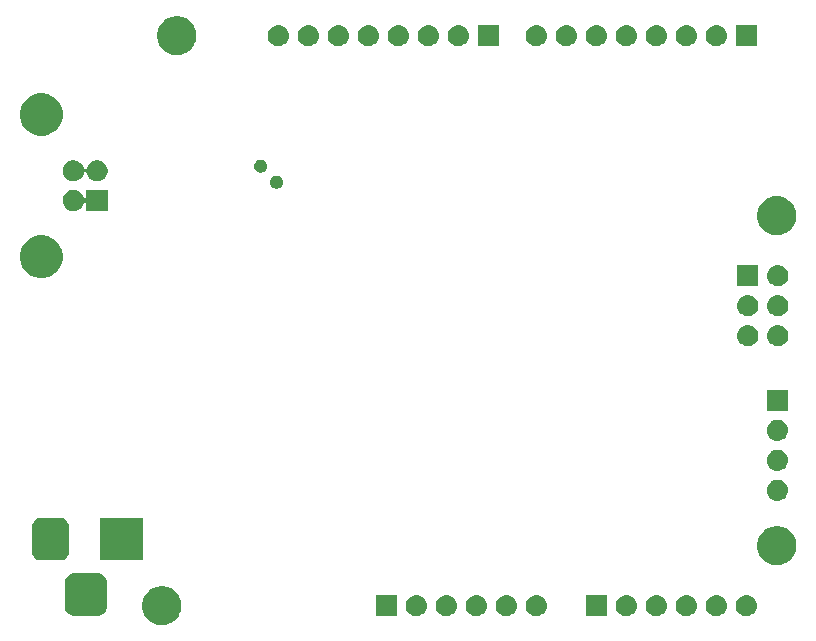
<source format=gbr>
G04 #@! TF.GenerationSoftware,KiCad,Pcbnew,(5.0.2)-1*
G04 #@! TF.CreationDate,2019-07-21T18:19:00-05:00*
G04 #@! TF.ProjectId,arduino_uno,61726475-696e-46f5-9f75-6e6f2e6b6963,rev?*
G04 #@! TF.SameCoordinates,Original*
G04 #@! TF.FileFunction,Soldermask,Bot*
G04 #@! TF.FilePolarity,Negative*
%FSLAX46Y46*%
G04 Gerber Fmt 4.6, Leading zero omitted, Abs format (unit mm)*
G04 Created by KiCad (PCBNEW (5.0.2)-1) date 7/21/2019 6:19:00 PM*
%MOMM*%
%LPD*%
G01*
G04 APERTURE LIST*
%ADD10C,0.100000*%
G04 APERTURE END LIST*
D10*
G36*
X131196356Y-119228898D02*
X131302679Y-119250047D01*
X131603142Y-119374503D01*
X131869952Y-119552780D01*
X131873554Y-119555187D01*
X132103513Y-119785146D01*
X132103515Y-119785149D01*
X132284197Y-120055558D01*
X132398128Y-120330611D01*
X132408653Y-120356022D01*
X132472100Y-120674989D01*
X132472100Y-121000211D01*
X132466897Y-121026366D01*
X132408653Y-121319179D01*
X132320650Y-121531637D01*
X132297976Y-121586378D01*
X132284197Y-121619642D01*
X132240990Y-121684305D01*
X132103513Y-121890054D01*
X131873554Y-122120013D01*
X131873551Y-122120015D01*
X131603142Y-122300697D01*
X131302679Y-122425153D01*
X131196356Y-122446302D01*
X130983711Y-122488600D01*
X130658489Y-122488600D01*
X130445844Y-122446302D01*
X130339521Y-122425153D01*
X130039058Y-122300697D01*
X129768649Y-122120015D01*
X129768646Y-122120013D01*
X129538687Y-121890054D01*
X129401210Y-121684305D01*
X129358003Y-121619642D01*
X129344225Y-121586378D01*
X129321550Y-121531637D01*
X129233547Y-121319179D01*
X129175303Y-121026366D01*
X129170100Y-121000211D01*
X129170100Y-120674989D01*
X129233547Y-120356022D01*
X129244073Y-120330611D01*
X129358003Y-120055558D01*
X129538685Y-119785149D01*
X129538687Y-119785146D01*
X129768646Y-119555187D01*
X129772248Y-119552780D01*
X130039058Y-119374503D01*
X130339521Y-119250047D01*
X130445844Y-119228898D01*
X130658489Y-119186600D01*
X130983711Y-119186600D01*
X131196356Y-119228898D01*
X131196356Y-119228898D01*
G37*
G36*
X180421542Y-119939118D02*
X180487727Y-119945637D01*
X180600953Y-119979984D01*
X180657567Y-119997157D01*
X180796187Y-120071252D01*
X180814091Y-120080822D01*
X180849829Y-120110152D01*
X180951286Y-120193414D01*
X181034548Y-120294871D01*
X181063878Y-120330609D01*
X181063879Y-120330611D01*
X181147543Y-120487133D01*
X181147543Y-120487134D01*
X181199063Y-120656973D01*
X181216459Y-120833600D01*
X181199063Y-121010227D01*
X181194167Y-121026366D01*
X181147543Y-121180067D01*
X181145730Y-121183458D01*
X181063878Y-121336591D01*
X181034548Y-121372329D01*
X180951286Y-121473786D01*
X180859346Y-121549238D01*
X180814091Y-121586378D01*
X180814089Y-121586379D01*
X180657567Y-121670043D01*
X180600953Y-121687216D01*
X180487727Y-121721563D01*
X180421543Y-121728081D01*
X180355360Y-121734600D01*
X180266840Y-121734600D01*
X180200657Y-121728081D01*
X180134473Y-121721563D01*
X180021247Y-121687216D01*
X179964633Y-121670043D01*
X179808111Y-121586379D01*
X179808109Y-121586378D01*
X179762854Y-121549238D01*
X179670914Y-121473786D01*
X179587652Y-121372329D01*
X179558322Y-121336591D01*
X179476470Y-121183458D01*
X179474657Y-121180067D01*
X179428033Y-121026366D01*
X179423137Y-121010227D01*
X179405741Y-120833600D01*
X179423137Y-120656973D01*
X179474657Y-120487134D01*
X179474657Y-120487133D01*
X179558321Y-120330611D01*
X179558322Y-120330609D01*
X179587652Y-120294871D01*
X179670914Y-120193414D01*
X179772371Y-120110152D01*
X179808109Y-120080822D01*
X179826013Y-120071252D01*
X179964633Y-119997157D01*
X180021247Y-119979984D01*
X180134473Y-119945637D01*
X180200658Y-119939118D01*
X180266840Y-119932600D01*
X180355360Y-119932600D01*
X180421542Y-119939118D01*
X180421542Y-119939118D01*
G37*
G36*
X177881542Y-119939118D02*
X177947727Y-119945637D01*
X178060953Y-119979984D01*
X178117567Y-119997157D01*
X178256187Y-120071252D01*
X178274091Y-120080822D01*
X178309829Y-120110152D01*
X178411286Y-120193414D01*
X178494548Y-120294871D01*
X178523878Y-120330609D01*
X178523879Y-120330611D01*
X178607543Y-120487133D01*
X178607543Y-120487134D01*
X178659063Y-120656973D01*
X178676459Y-120833600D01*
X178659063Y-121010227D01*
X178654167Y-121026366D01*
X178607543Y-121180067D01*
X178605730Y-121183458D01*
X178523878Y-121336591D01*
X178494548Y-121372329D01*
X178411286Y-121473786D01*
X178319346Y-121549238D01*
X178274091Y-121586378D01*
X178274089Y-121586379D01*
X178117567Y-121670043D01*
X178060953Y-121687216D01*
X177947727Y-121721563D01*
X177881543Y-121728081D01*
X177815360Y-121734600D01*
X177726840Y-121734600D01*
X177660657Y-121728081D01*
X177594473Y-121721563D01*
X177481247Y-121687216D01*
X177424633Y-121670043D01*
X177268111Y-121586379D01*
X177268109Y-121586378D01*
X177222854Y-121549238D01*
X177130914Y-121473786D01*
X177047652Y-121372329D01*
X177018322Y-121336591D01*
X176936470Y-121183458D01*
X176934657Y-121180067D01*
X176888033Y-121026366D01*
X176883137Y-121010227D01*
X176865741Y-120833600D01*
X176883137Y-120656973D01*
X176934657Y-120487134D01*
X176934657Y-120487133D01*
X177018321Y-120330611D01*
X177018322Y-120330609D01*
X177047652Y-120294871D01*
X177130914Y-120193414D01*
X177232371Y-120110152D01*
X177268109Y-120080822D01*
X177286013Y-120071252D01*
X177424633Y-119997157D01*
X177481247Y-119979984D01*
X177594473Y-119945637D01*
X177660658Y-119939118D01*
X177726840Y-119932600D01*
X177815360Y-119932600D01*
X177881542Y-119939118D01*
X177881542Y-119939118D01*
G37*
G36*
X175341542Y-119939118D02*
X175407727Y-119945637D01*
X175520953Y-119979984D01*
X175577567Y-119997157D01*
X175716187Y-120071252D01*
X175734091Y-120080822D01*
X175769829Y-120110152D01*
X175871286Y-120193414D01*
X175954548Y-120294871D01*
X175983878Y-120330609D01*
X175983879Y-120330611D01*
X176067543Y-120487133D01*
X176067543Y-120487134D01*
X176119063Y-120656973D01*
X176136459Y-120833600D01*
X176119063Y-121010227D01*
X176114167Y-121026366D01*
X176067543Y-121180067D01*
X176065730Y-121183458D01*
X175983878Y-121336591D01*
X175954548Y-121372329D01*
X175871286Y-121473786D01*
X175779346Y-121549238D01*
X175734091Y-121586378D01*
X175734089Y-121586379D01*
X175577567Y-121670043D01*
X175520953Y-121687216D01*
X175407727Y-121721563D01*
X175341543Y-121728081D01*
X175275360Y-121734600D01*
X175186840Y-121734600D01*
X175120657Y-121728081D01*
X175054473Y-121721563D01*
X174941247Y-121687216D01*
X174884633Y-121670043D01*
X174728111Y-121586379D01*
X174728109Y-121586378D01*
X174682854Y-121549238D01*
X174590914Y-121473786D01*
X174507652Y-121372329D01*
X174478322Y-121336591D01*
X174396470Y-121183458D01*
X174394657Y-121180067D01*
X174348033Y-121026366D01*
X174343137Y-121010227D01*
X174325741Y-120833600D01*
X174343137Y-120656973D01*
X174394657Y-120487134D01*
X174394657Y-120487133D01*
X174478321Y-120330611D01*
X174478322Y-120330609D01*
X174507652Y-120294871D01*
X174590914Y-120193414D01*
X174692371Y-120110152D01*
X174728109Y-120080822D01*
X174746013Y-120071252D01*
X174884633Y-119997157D01*
X174941247Y-119979984D01*
X175054473Y-119945637D01*
X175120658Y-119939118D01*
X175186840Y-119932600D01*
X175275360Y-119932600D01*
X175341542Y-119939118D01*
X175341542Y-119939118D01*
G37*
G36*
X172801542Y-119939118D02*
X172867727Y-119945637D01*
X172980953Y-119979984D01*
X173037567Y-119997157D01*
X173176187Y-120071252D01*
X173194091Y-120080822D01*
X173229829Y-120110152D01*
X173331286Y-120193414D01*
X173414548Y-120294871D01*
X173443878Y-120330609D01*
X173443879Y-120330611D01*
X173527543Y-120487133D01*
X173527543Y-120487134D01*
X173579063Y-120656973D01*
X173596459Y-120833600D01*
X173579063Y-121010227D01*
X173574167Y-121026366D01*
X173527543Y-121180067D01*
X173525730Y-121183458D01*
X173443878Y-121336591D01*
X173414548Y-121372329D01*
X173331286Y-121473786D01*
X173239346Y-121549238D01*
X173194091Y-121586378D01*
X173194089Y-121586379D01*
X173037567Y-121670043D01*
X172980953Y-121687216D01*
X172867727Y-121721563D01*
X172801543Y-121728081D01*
X172735360Y-121734600D01*
X172646840Y-121734600D01*
X172580657Y-121728081D01*
X172514473Y-121721563D01*
X172401247Y-121687216D01*
X172344633Y-121670043D01*
X172188111Y-121586379D01*
X172188109Y-121586378D01*
X172142854Y-121549238D01*
X172050914Y-121473786D01*
X171967652Y-121372329D01*
X171938322Y-121336591D01*
X171856470Y-121183458D01*
X171854657Y-121180067D01*
X171808033Y-121026366D01*
X171803137Y-121010227D01*
X171785741Y-120833600D01*
X171803137Y-120656973D01*
X171854657Y-120487134D01*
X171854657Y-120487133D01*
X171938321Y-120330611D01*
X171938322Y-120330609D01*
X171967652Y-120294871D01*
X172050914Y-120193414D01*
X172152371Y-120110152D01*
X172188109Y-120080822D01*
X172206013Y-120071252D01*
X172344633Y-119997157D01*
X172401247Y-119979984D01*
X172514473Y-119945637D01*
X172580658Y-119939118D01*
X172646840Y-119932600D01*
X172735360Y-119932600D01*
X172801542Y-119939118D01*
X172801542Y-119939118D01*
G37*
G36*
X170261542Y-119939118D02*
X170327727Y-119945637D01*
X170440953Y-119979984D01*
X170497567Y-119997157D01*
X170636187Y-120071252D01*
X170654091Y-120080822D01*
X170689829Y-120110152D01*
X170791286Y-120193414D01*
X170874548Y-120294871D01*
X170903878Y-120330609D01*
X170903879Y-120330611D01*
X170987543Y-120487133D01*
X170987543Y-120487134D01*
X171039063Y-120656973D01*
X171056459Y-120833600D01*
X171039063Y-121010227D01*
X171034167Y-121026366D01*
X170987543Y-121180067D01*
X170985730Y-121183458D01*
X170903878Y-121336591D01*
X170874548Y-121372329D01*
X170791286Y-121473786D01*
X170699346Y-121549238D01*
X170654091Y-121586378D01*
X170654089Y-121586379D01*
X170497567Y-121670043D01*
X170440953Y-121687216D01*
X170327727Y-121721563D01*
X170261543Y-121728081D01*
X170195360Y-121734600D01*
X170106840Y-121734600D01*
X170040657Y-121728081D01*
X169974473Y-121721563D01*
X169861247Y-121687216D01*
X169804633Y-121670043D01*
X169648111Y-121586379D01*
X169648109Y-121586378D01*
X169602854Y-121549238D01*
X169510914Y-121473786D01*
X169427652Y-121372329D01*
X169398322Y-121336591D01*
X169316470Y-121183458D01*
X169314657Y-121180067D01*
X169268033Y-121026366D01*
X169263137Y-121010227D01*
X169245741Y-120833600D01*
X169263137Y-120656973D01*
X169314657Y-120487134D01*
X169314657Y-120487133D01*
X169398321Y-120330611D01*
X169398322Y-120330609D01*
X169427652Y-120294871D01*
X169510914Y-120193414D01*
X169612371Y-120110152D01*
X169648109Y-120080822D01*
X169666013Y-120071252D01*
X169804633Y-119997157D01*
X169861247Y-119979984D01*
X169974473Y-119945637D01*
X170040658Y-119939118D01*
X170106840Y-119932600D01*
X170195360Y-119932600D01*
X170261542Y-119939118D01*
X170261542Y-119939118D01*
G37*
G36*
X168512100Y-121734600D02*
X166710100Y-121734600D01*
X166710100Y-119932600D01*
X168512100Y-119932600D01*
X168512100Y-121734600D01*
X168512100Y-121734600D01*
G37*
G36*
X152481542Y-119939118D02*
X152547727Y-119945637D01*
X152660953Y-119979984D01*
X152717567Y-119997157D01*
X152856187Y-120071252D01*
X152874091Y-120080822D01*
X152909829Y-120110152D01*
X153011286Y-120193414D01*
X153094548Y-120294871D01*
X153123878Y-120330609D01*
X153123879Y-120330611D01*
X153207543Y-120487133D01*
X153207543Y-120487134D01*
X153259063Y-120656973D01*
X153276459Y-120833600D01*
X153259063Y-121010227D01*
X153254167Y-121026366D01*
X153207543Y-121180067D01*
X153205730Y-121183458D01*
X153123878Y-121336591D01*
X153094548Y-121372329D01*
X153011286Y-121473786D01*
X152919346Y-121549238D01*
X152874091Y-121586378D01*
X152874089Y-121586379D01*
X152717567Y-121670043D01*
X152660953Y-121687216D01*
X152547727Y-121721563D01*
X152481543Y-121728081D01*
X152415360Y-121734600D01*
X152326840Y-121734600D01*
X152260657Y-121728081D01*
X152194473Y-121721563D01*
X152081247Y-121687216D01*
X152024633Y-121670043D01*
X151868111Y-121586379D01*
X151868109Y-121586378D01*
X151822854Y-121549238D01*
X151730914Y-121473786D01*
X151647652Y-121372329D01*
X151618322Y-121336591D01*
X151536470Y-121183458D01*
X151534657Y-121180067D01*
X151488033Y-121026366D01*
X151483137Y-121010227D01*
X151465741Y-120833600D01*
X151483137Y-120656973D01*
X151534657Y-120487134D01*
X151534657Y-120487133D01*
X151618321Y-120330611D01*
X151618322Y-120330609D01*
X151647652Y-120294871D01*
X151730914Y-120193414D01*
X151832371Y-120110152D01*
X151868109Y-120080822D01*
X151886013Y-120071252D01*
X152024633Y-119997157D01*
X152081247Y-119979984D01*
X152194473Y-119945637D01*
X152260658Y-119939118D01*
X152326840Y-119932600D01*
X152415360Y-119932600D01*
X152481542Y-119939118D01*
X152481542Y-119939118D01*
G37*
G36*
X155021542Y-119939118D02*
X155087727Y-119945637D01*
X155200953Y-119979984D01*
X155257567Y-119997157D01*
X155396187Y-120071252D01*
X155414091Y-120080822D01*
X155449829Y-120110152D01*
X155551286Y-120193414D01*
X155634548Y-120294871D01*
X155663878Y-120330609D01*
X155663879Y-120330611D01*
X155747543Y-120487133D01*
X155747543Y-120487134D01*
X155799063Y-120656973D01*
X155816459Y-120833600D01*
X155799063Y-121010227D01*
X155794167Y-121026366D01*
X155747543Y-121180067D01*
X155745730Y-121183458D01*
X155663878Y-121336591D01*
X155634548Y-121372329D01*
X155551286Y-121473786D01*
X155459346Y-121549238D01*
X155414091Y-121586378D01*
X155414089Y-121586379D01*
X155257567Y-121670043D01*
X155200953Y-121687216D01*
X155087727Y-121721563D01*
X155021543Y-121728081D01*
X154955360Y-121734600D01*
X154866840Y-121734600D01*
X154800657Y-121728081D01*
X154734473Y-121721563D01*
X154621247Y-121687216D01*
X154564633Y-121670043D01*
X154408111Y-121586379D01*
X154408109Y-121586378D01*
X154362854Y-121549238D01*
X154270914Y-121473786D01*
X154187652Y-121372329D01*
X154158322Y-121336591D01*
X154076470Y-121183458D01*
X154074657Y-121180067D01*
X154028033Y-121026366D01*
X154023137Y-121010227D01*
X154005741Y-120833600D01*
X154023137Y-120656973D01*
X154074657Y-120487134D01*
X154074657Y-120487133D01*
X154158321Y-120330611D01*
X154158322Y-120330609D01*
X154187652Y-120294871D01*
X154270914Y-120193414D01*
X154372371Y-120110152D01*
X154408109Y-120080822D01*
X154426013Y-120071252D01*
X154564633Y-119997157D01*
X154621247Y-119979984D01*
X154734473Y-119945637D01*
X154800658Y-119939118D01*
X154866840Y-119932600D01*
X154955360Y-119932600D01*
X155021542Y-119939118D01*
X155021542Y-119939118D01*
G37*
G36*
X157561542Y-119939118D02*
X157627727Y-119945637D01*
X157740953Y-119979984D01*
X157797567Y-119997157D01*
X157936187Y-120071252D01*
X157954091Y-120080822D01*
X157989829Y-120110152D01*
X158091286Y-120193414D01*
X158174548Y-120294871D01*
X158203878Y-120330609D01*
X158203879Y-120330611D01*
X158287543Y-120487133D01*
X158287543Y-120487134D01*
X158339063Y-120656973D01*
X158356459Y-120833600D01*
X158339063Y-121010227D01*
X158334167Y-121026366D01*
X158287543Y-121180067D01*
X158285730Y-121183458D01*
X158203878Y-121336591D01*
X158174548Y-121372329D01*
X158091286Y-121473786D01*
X157999346Y-121549238D01*
X157954091Y-121586378D01*
X157954089Y-121586379D01*
X157797567Y-121670043D01*
X157740953Y-121687216D01*
X157627727Y-121721563D01*
X157561543Y-121728081D01*
X157495360Y-121734600D01*
X157406840Y-121734600D01*
X157340657Y-121728081D01*
X157274473Y-121721563D01*
X157161247Y-121687216D01*
X157104633Y-121670043D01*
X156948111Y-121586379D01*
X156948109Y-121586378D01*
X156902854Y-121549238D01*
X156810914Y-121473786D01*
X156727652Y-121372329D01*
X156698322Y-121336591D01*
X156616470Y-121183458D01*
X156614657Y-121180067D01*
X156568033Y-121026366D01*
X156563137Y-121010227D01*
X156545741Y-120833600D01*
X156563137Y-120656973D01*
X156614657Y-120487134D01*
X156614657Y-120487133D01*
X156698321Y-120330611D01*
X156698322Y-120330609D01*
X156727652Y-120294871D01*
X156810914Y-120193414D01*
X156912371Y-120110152D01*
X156948109Y-120080822D01*
X156966013Y-120071252D01*
X157104633Y-119997157D01*
X157161247Y-119979984D01*
X157274473Y-119945637D01*
X157340658Y-119939118D01*
X157406840Y-119932600D01*
X157495360Y-119932600D01*
X157561542Y-119939118D01*
X157561542Y-119939118D01*
G37*
G36*
X160101542Y-119939118D02*
X160167727Y-119945637D01*
X160280953Y-119979984D01*
X160337567Y-119997157D01*
X160476187Y-120071252D01*
X160494091Y-120080822D01*
X160529829Y-120110152D01*
X160631286Y-120193414D01*
X160714548Y-120294871D01*
X160743878Y-120330609D01*
X160743879Y-120330611D01*
X160827543Y-120487133D01*
X160827543Y-120487134D01*
X160879063Y-120656973D01*
X160896459Y-120833600D01*
X160879063Y-121010227D01*
X160874167Y-121026366D01*
X160827543Y-121180067D01*
X160825730Y-121183458D01*
X160743878Y-121336591D01*
X160714548Y-121372329D01*
X160631286Y-121473786D01*
X160539346Y-121549238D01*
X160494091Y-121586378D01*
X160494089Y-121586379D01*
X160337567Y-121670043D01*
X160280953Y-121687216D01*
X160167727Y-121721563D01*
X160101543Y-121728081D01*
X160035360Y-121734600D01*
X159946840Y-121734600D01*
X159880657Y-121728081D01*
X159814473Y-121721563D01*
X159701247Y-121687216D01*
X159644633Y-121670043D01*
X159488111Y-121586379D01*
X159488109Y-121586378D01*
X159442854Y-121549238D01*
X159350914Y-121473786D01*
X159267652Y-121372329D01*
X159238322Y-121336591D01*
X159156470Y-121183458D01*
X159154657Y-121180067D01*
X159108033Y-121026366D01*
X159103137Y-121010227D01*
X159085741Y-120833600D01*
X159103137Y-120656973D01*
X159154657Y-120487134D01*
X159154657Y-120487133D01*
X159238321Y-120330611D01*
X159238322Y-120330609D01*
X159267652Y-120294871D01*
X159350914Y-120193414D01*
X159452371Y-120110152D01*
X159488109Y-120080822D01*
X159506013Y-120071252D01*
X159644633Y-119997157D01*
X159701247Y-119979984D01*
X159814473Y-119945637D01*
X159880658Y-119939118D01*
X159946840Y-119932600D01*
X160035360Y-119932600D01*
X160101542Y-119939118D01*
X160101542Y-119939118D01*
G37*
G36*
X162641542Y-119939118D02*
X162707727Y-119945637D01*
X162820953Y-119979984D01*
X162877567Y-119997157D01*
X163016187Y-120071252D01*
X163034091Y-120080822D01*
X163069829Y-120110152D01*
X163171286Y-120193414D01*
X163254548Y-120294871D01*
X163283878Y-120330609D01*
X163283879Y-120330611D01*
X163367543Y-120487133D01*
X163367543Y-120487134D01*
X163419063Y-120656973D01*
X163436459Y-120833600D01*
X163419063Y-121010227D01*
X163414167Y-121026366D01*
X163367543Y-121180067D01*
X163365730Y-121183458D01*
X163283878Y-121336591D01*
X163254548Y-121372329D01*
X163171286Y-121473786D01*
X163079346Y-121549238D01*
X163034091Y-121586378D01*
X163034089Y-121586379D01*
X162877567Y-121670043D01*
X162820953Y-121687216D01*
X162707727Y-121721563D01*
X162641543Y-121728081D01*
X162575360Y-121734600D01*
X162486840Y-121734600D01*
X162420657Y-121728081D01*
X162354473Y-121721563D01*
X162241247Y-121687216D01*
X162184633Y-121670043D01*
X162028111Y-121586379D01*
X162028109Y-121586378D01*
X161982854Y-121549238D01*
X161890914Y-121473786D01*
X161807652Y-121372329D01*
X161778322Y-121336591D01*
X161696470Y-121183458D01*
X161694657Y-121180067D01*
X161648033Y-121026366D01*
X161643137Y-121010227D01*
X161625741Y-120833600D01*
X161643137Y-120656973D01*
X161694657Y-120487134D01*
X161694657Y-120487133D01*
X161778321Y-120330611D01*
X161778322Y-120330609D01*
X161807652Y-120294871D01*
X161890914Y-120193414D01*
X161992371Y-120110152D01*
X162028109Y-120080822D01*
X162046013Y-120071252D01*
X162184633Y-119997157D01*
X162241247Y-119979984D01*
X162354473Y-119945637D01*
X162420658Y-119939118D01*
X162486840Y-119932600D01*
X162575360Y-119932600D01*
X162641542Y-119939118D01*
X162641542Y-119939118D01*
G37*
G36*
X150732100Y-121734600D02*
X148930100Y-121734600D01*
X148930100Y-119932600D01*
X150732100Y-119932600D01*
X150732100Y-121734600D01*
X150732100Y-121734600D01*
G37*
G36*
X125526366Y-118115695D02*
X125683458Y-118163348D01*
X125828230Y-118240731D01*
X125955128Y-118344872D01*
X126059269Y-118471770D01*
X126136652Y-118616542D01*
X126184305Y-118773634D01*
X126201000Y-118943140D01*
X126201000Y-120856860D01*
X126184305Y-121026366D01*
X126136652Y-121183458D01*
X126059269Y-121328230D01*
X125955128Y-121455128D01*
X125828230Y-121559269D01*
X125683458Y-121636652D01*
X125526366Y-121684305D01*
X125356860Y-121701000D01*
X123443140Y-121701000D01*
X123273634Y-121684305D01*
X123116542Y-121636652D01*
X122971770Y-121559269D01*
X122844872Y-121455128D01*
X122740731Y-121328230D01*
X122663348Y-121183458D01*
X122615695Y-121026366D01*
X122599000Y-120856860D01*
X122599000Y-118943140D01*
X122615695Y-118773634D01*
X122663348Y-118616542D01*
X122740731Y-118471770D01*
X122844872Y-118344872D01*
X122971770Y-118240731D01*
X123116542Y-118163348D01*
X123273634Y-118115695D01*
X123443140Y-118099000D01*
X125356860Y-118099000D01*
X125526366Y-118115695D01*
X125526366Y-118115695D01*
G37*
G36*
X183266356Y-114148898D02*
X183372679Y-114170047D01*
X183673142Y-114294503D01*
X183939952Y-114472780D01*
X183943554Y-114475187D01*
X184173513Y-114705146D01*
X184354198Y-114975560D01*
X184478653Y-115276022D01*
X184542100Y-115594989D01*
X184542100Y-115920211D01*
X184478653Y-116239178D01*
X184354198Y-116539640D01*
X184173513Y-116810054D01*
X183943554Y-117040013D01*
X183943551Y-117040015D01*
X183673142Y-117220697D01*
X183372679Y-117345153D01*
X183266356Y-117366302D01*
X183053711Y-117408600D01*
X182728489Y-117408600D01*
X182515844Y-117366302D01*
X182409521Y-117345153D01*
X182109058Y-117220697D01*
X181838649Y-117040015D01*
X181838646Y-117040013D01*
X181608687Y-116810054D01*
X181428002Y-116539640D01*
X181303547Y-116239178D01*
X181240100Y-115920211D01*
X181240100Y-115594989D01*
X181303547Y-115276022D01*
X181428002Y-114975560D01*
X181608687Y-114705146D01*
X181838646Y-114475187D01*
X181842248Y-114472780D01*
X182109058Y-114294503D01*
X182409521Y-114170047D01*
X182515844Y-114148898D01*
X182728489Y-114106600D01*
X183053711Y-114106600D01*
X183266356Y-114148898D01*
X183266356Y-114148898D01*
G37*
G36*
X122376978Y-113413293D02*
X122510627Y-113453835D01*
X122633782Y-113519662D01*
X122741739Y-113608261D01*
X122830338Y-113716218D01*
X122896165Y-113839373D01*
X122936707Y-113973022D01*
X122951000Y-114118140D01*
X122951000Y-116281860D01*
X122936707Y-116426978D01*
X122896165Y-116560627D01*
X122830338Y-116683782D01*
X122741739Y-116791739D01*
X122633782Y-116880338D01*
X122510627Y-116946165D01*
X122376978Y-116986707D01*
X122231860Y-117001000D01*
X120568140Y-117001000D01*
X120423022Y-116986707D01*
X120289373Y-116946165D01*
X120166218Y-116880338D01*
X120058261Y-116791739D01*
X119969662Y-116683782D01*
X119903835Y-116560627D01*
X119863293Y-116426978D01*
X119849000Y-116281860D01*
X119849000Y-114118140D01*
X119863293Y-113973022D01*
X119903835Y-113839373D01*
X119969662Y-113716218D01*
X120058261Y-113608261D01*
X120166218Y-113519662D01*
X120289373Y-113453835D01*
X120423022Y-113413293D01*
X120568140Y-113399000D01*
X122231860Y-113399000D01*
X122376978Y-113413293D01*
X122376978Y-113413293D01*
G37*
G36*
X129201000Y-117001000D02*
X125599000Y-117001000D01*
X125599000Y-113399000D01*
X129201000Y-113399000D01*
X129201000Y-117001000D01*
X129201000Y-117001000D01*
G37*
G36*
X183053942Y-110167018D02*
X183120127Y-110173537D01*
X183233353Y-110207884D01*
X183289967Y-110225057D01*
X183428587Y-110299152D01*
X183446491Y-110308722D01*
X183482229Y-110338052D01*
X183583686Y-110421314D01*
X183666948Y-110522771D01*
X183696278Y-110558509D01*
X183696279Y-110558511D01*
X183779943Y-110715033D01*
X183779943Y-110715034D01*
X183831463Y-110884873D01*
X183848859Y-111061500D01*
X183831463Y-111238127D01*
X183797116Y-111351353D01*
X183779943Y-111407967D01*
X183705848Y-111546587D01*
X183696278Y-111564491D01*
X183666948Y-111600229D01*
X183583686Y-111701686D01*
X183482229Y-111784948D01*
X183446491Y-111814278D01*
X183446489Y-111814279D01*
X183289967Y-111897943D01*
X183233353Y-111915116D01*
X183120127Y-111949463D01*
X183053943Y-111955981D01*
X182987760Y-111962500D01*
X182899240Y-111962500D01*
X182833057Y-111955981D01*
X182766873Y-111949463D01*
X182653647Y-111915116D01*
X182597033Y-111897943D01*
X182440511Y-111814279D01*
X182440509Y-111814278D01*
X182404771Y-111784948D01*
X182303314Y-111701686D01*
X182220052Y-111600229D01*
X182190722Y-111564491D01*
X182181152Y-111546587D01*
X182107057Y-111407967D01*
X182089884Y-111351353D01*
X182055537Y-111238127D01*
X182038141Y-111061500D01*
X182055537Y-110884873D01*
X182107057Y-110715034D01*
X182107057Y-110715033D01*
X182190721Y-110558511D01*
X182190722Y-110558509D01*
X182220052Y-110522771D01*
X182303314Y-110421314D01*
X182404771Y-110338052D01*
X182440509Y-110308722D01*
X182458413Y-110299152D01*
X182597033Y-110225057D01*
X182653647Y-110207884D01*
X182766873Y-110173537D01*
X182833058Y-110167018D01*
X182899240Y-110160500D01*
X182987760Y-110160500D01*
X183053942Y-110167018D01*
X183053942Y-110167018D01*
G37*
G36*
X183053942Y-107627018D02*
X183120127Y-107633537D01*
X183233353Y-107667884D01*
X183289967Y-107685057D01*
X183428587Y-107759152D01*
X183446491Y-107768722D01*
X183482229Y-107798052D01*
X183583686Y-107881314D01*
X183666948Y-107982771D01*
X183696278Y-108018509D01*
X183696279Y-108018511D01*
X183779943Y-108175033D01*
X183779943Y-108175034D01*
X183831463Y-108344873D01*
X183848859Y-108521500D01*
X183831463Y-108698127D01*
X183797116Y-108811353D01*
X183779943Y-108867967D01*
X183705848Y-109006587D01*
X183696278Y-109024491D01*
X183666948Y-109060229D01*
X183583686Y-109161686D01*
X183482229Y-109244948D01*
X183446491Y-109274278D01*
X183446489Y-109274279D01*
X183289967Y-109357943D01*
X183233353Y-109375116D01*
X183120127Y-109409463D01*
X183053942Y-109415982D01*
X182987760Y-109422500D01*
X182899240Y-109422500D01*
X182833058Y-109415982D01*
X182766873Y-109409463D01*
X182653647Y-109375116D01*
X182597033Y-109357943D01*
X182440511Y-109274279D01*
X182440509Y-109274278D01*
X182404771Y-109244948D01*
X182303314Y-109161686D01*
X182220052Y-109060229D01*
X182190722Y-109024491D01*
X182181152Y-109006587D01*
X182107057Y-108867967D01*
X182089884Y-108811353D01*
X182055537Y-108698127D01*
X182038141Y-108521500D01*
X182055537Y-108344873D01*
X182107057Y-108175034D01*
X182107057Y-108175033D01*
X182190721Y-108018511D01*
X182190722Y-108018509D01*
X182220052Y-107982771D01*
X182303314Y-107881314D01*
X182404771Y-107798052D01*
X182440509Y-107768722D01*
X182458413Y-107759152D01*
X182597033Y-107685057D01*
X182653647Y-107667884D01*
X182766873Y-107633537D01*
X182833058Y-107627018D01*
X182899240Y-107620500D01*
X182987760Y-107620500D01*
X183053942Y-107627018D01*
X183053942Y-107627018D01*
G37*
G36*
X183053943Y-105087019D02*
X183120127Y-105093537D01*
X183233353Y-105127884D01*
X183289967Y-105145057D01*
X183428587Y-105219152D01*
X183446491Y-105228722D01*
X183482229Y-105258052D01*
X183583686Y-105341314D01*
X183666948Y-105442771D01*
X183696278Y-105478509D01*
X183696279Y-105478511D01*
X183779943Y-105635033D01*
X183779943Y-105635034D01*
X183831463Y-105804873D01*
X183848859Y-105981500D01*
X183831463Y-106158127D01*
X183797116Y-106271353D01*
X183779943Y-106327967D01*
X183705848Y-106466587D01*
X183696278Y-106484491D01*
X183666948Y-106520229D01*
X183583686Y-106621686D01*
X183482229Y-106704948D01*
X183446491Y-106734278D01*
X183446489Y-106734279D01*
X183289967Y-106817943D01*
X183233353Y-106835116D01*
X183120127Y-106869463D01*
X183053942Y-106875982D01*
X182987760Y-106882500D01*
X182899240Y-106882500D01*
X182833058Y-106875982D01*
X182766873Y-106869463D01*
X182653647Y-106835116D01*
X182597033Y-106817943D01*
X182440511Y-106734279D01*
X182440509Y-106734278D01*
X182404771Y-106704948D01*
X182303314Y-106621686D01*
X182220052Y-106520229D01*
X182190722Y-106484491D01*
X182181152Y-106466587D01*
X182107057Y-106327967D01*
X182089884Y-106271353D01*
X182055537Y-106158127D01*
X182038141Y-105981500D01*
X182055537Y-105804873D01*
X182107057Y-105635034D01*
X182107057Y-105635033D01*
X182190721Y-105478511D01*
X182190722Y-105478509D01*
X182220052Y-105442771D01*
X182303314Y-105341314D01*
X182404771Y-105258052D01*
X182440509Y-105228722D01*
X182458413Y-105219152D01*
X182597033Y-105145057D01*
X182653647Y-105127884D01*
X182766873Y-105093537D01*
X182833057Y-105087019D01*
X182899240Y-105080500D01*
X182987760Y-105080500D01*
X183053943Y-105087019D01*
X183053943Y-105087019D01*
G37*
G36*
X183844500Y-104342500D02*
X182042500Y-104342500D01*
X182042500Y-102540500D01*
X183844500Y-102540500D01*
X183844500Y-104342500D01*
X183844500Y-104342500D01*
G37*
G36*
X180548543Y-97079119D02*
X180614727Y-97085637D01*
X180727953Y-97119984D01*
X180784567Y-97137157D01*
X180923187Y-97211252D01*
X180941091Y-97220822D01*
X180976829Y-97250152D01*
X181078286Y-97333414D01*
X181161548Y-97434871D01*
X181190878Y-97470609D01*
X181190879Y-97470611D01*
X181274543Y-97627133D01*
X181274543Y-97627134D01*
X181326063Y-97796973D01*
X181343459Y-97973600D01*
X181326063Y-98150227D01*
X181291716Y-98263453D01*
X181274543Y-98320067D01*
X181200448Y-98458687D01*
X181190878Y-98476591D01*
X181161548Y-98512329D01*
X181078286Y-98613786D01*
X180976829Y-98697048D01*
X180941091Y-98726378D01*
X180941089Y-98726379D01*
X180784567Y-98810043D01*
X180727953Y-98827216D01*
X180614727Y-98861563D01*
X180548542Y-98868082D01*
X180482360Y-98874600D01*
X180393840Y-98874600D01*
X180327658Y-98868082D01*
X180261473Y-98861563D01*
X180148247Y-98827216D01*
X180091633Y-98810043D01*
X179935111Y-98726379D01*
X179935109Y-98726378D01*
X179899371Y-98697048D01*
X179797914Y-98613786D01*
X179714652Y-98512329D01*
X179685322Y-98476591D01*
X179675752Y-98458687D01*
X179601657Y-98320067D01*
X179584484Y-98263453D01*
X179550137Y-98150227D01*
X179532741Y-97973600D01*
X179550137Y-97796973D01*
X179601657Y-97627134D01*
X179601657Y-97627133D01*
X179685321Y-97470611D01*
X179685322Y-97470609D01*
X179714652Y-97434871D01*
X179797914Y-97333414D01*
X179899371Y-97250152D01*
X179935109Y-97220822D01*
X179953013Y-97211252D01*
X180091633Y-97137157D01*
X180148247Y-97119984D01*
X180261473Y-97085637D01*
X180327657Y-97079119D01*
X180393840Y-97072600D01*
X180482360Y-97072600D01*
X180548543Y-97079119D01*
X180548543Y-97079119D01*
G37*
G36*
X183088543Y-97079119D02*
X183154727Y-97085637D01*
X183267953Y-97119984D01*
X183324567Y-97137157D01*
X183463187Y-97211252D01*
X183481091Y-97220822D01*
X183516829Y-97250152D01*
X183618286Y-97333414D01*
X183701548Y-97434871D01*
X183730878Y-97470609D01*
X183730879Y-97470611D01*
X183814543Y-97627133D01*
X183814543Y-97627134D01*
X183866063Y-97796973D01*
X183883459Y-97973600D01*
X183866063Y-98150227D01*
X183831716Y-98263453D01*
X183814543Y-98320067D01*
X183740448Y-98458687D01*
X183730878Y-98476591D01*
X183701548Y-98512329D01*
X183618286Y-98613786D01*
X183516829Y-98697048D01*
X183481091Y-98726378D01*
X183481089Y-98726379D01*
X183324567Y-98810043D01*
X183267953Y-98827216D01*
X183154727Y-98861563D01*
X183088542Y-98868082D01*
X183022360Y-98874600D01*
X182933840Y-98874600D01*
X182867658Y-98868082D01*
X182801473Y-98861563D01*
X182688247Y-98827216D01*
X182631633Y-98810043D01*
X182475111Y-98726379D01*
X182475109Y-98726378D01*
X182439371Y-98697048D01*
X182337914Y-98613786D01*
X182254652Y-98512329D01*
X182225322Y-98476591D01*
X182215752Y-98458687D01*
X182141657Y-98320067D01*
X182124484Y-98263453D01*
X182090137Y-98150227D01*
X182072741Y-97973600D01*
X182090137Y-97796973D01*
X182141657Y-97627134D01*
X182141657Y-97627133D01*
X182225321Y-97470611D01*
X182225322Y-97470609D01*
X182254652Y-97434871D01*
X182337914Y-97333414D01*
X182439371Y-97250152D01*
X182475109Y-97220822D01*
X182493013Y-97211252D01*
X182631633Y-97137157D01*
X182688247Y-97119984D01*
X182801473Y-97085637D01*
X182867657Y-97079119D01*
X182933840Y-97072600D01*
X183022360Y-97072600D01*
X183088543Y-97079119D01*
X183088543Y-97079119D01*
G37*
G36*
X183088542Y-94539118D02*
X183154727Y-94545637D01*
X183267953Y-94579984D01*
X183324567Y-94597157D01*
X183463187Y-94671252D01*
X183481091Y-94680822D01*
X183516829Y-94710152D01*
X183618286Y-94793414D01*
X183701548Y-94894871D01*
X183730878Y-94930609D01*
X183730879Y-94930611D01*
X183814543Y-95087133D01*
X183814543Y-95087134D01*
X183866063Y-95256973D01*
X183883459Y-95433600D01*
X183866063Y-95610227D01*
X183831716Y-95723453D01*
X183814543Y-95780067D01*
X183740448Y-95918687D01*
X183730878Y-95936591D01*
X183701548Y-95972329D01*
X183618286Y-96073786D01*
X183516829Y-96157048D01*
X183481091Y-96186378D01*
X183481089Y-96186379D01*
X183324567Y-96270043D01*
X183267953Y-96287216D01*
X183154727Y-96321563D01*
X183088543Y-96328081D01*
X183022360Y-96334600D01*
X182933840Y-96334600D01*
X182867657Y-96328081D01*
X182801473Y-96321563D01*
X182688247Y-96287216D01*
X182631633Y-96270043D01*
X182475111Y-96186379D01*
X182475109Y-96186378D01*
X182439371Y-96157048D01*
X182337914Y-96073786D01*
X182254652Y-95972329D01*
X182225322Y-95936591D01*
X182215752Y-95918687D01*
X182141657Y-95780067D01*
X182124484Y-95723453D01*
X182090137Y-95610227D01*
X182072741Y-95433600D01*
X182090137Y-95256973D01*
X182141657Y-95087134D01*
X182141657Y-95087133D01*
X182225321Y-94930611D01*
X182225322Y-94930609D01*
X182254652Y-94894871D01*
X182337914Y-94793414D01*
X182439371Y-94710152D01*
X182475109Y-94680822D01*
X182493013Y-94671252D01*
X182631633Y-94597157D01*
X182688247Y-94579984D01*
X182801473Y-94545637D01*
X182867658Y-94539118D01*
X182933840Y-94532600D01*
X183022360Y-94532600D01*
X183088542Y-94539118D01*
X183088542Y-94539118D01*
G37*
G36*
X180548542Y-94539118D02*
X180614727Y-94545637D01*
X180727953Y-94579984D01*
X180784567Y-94597157D01*
X180923187Y-94671252D01*
X180941091Y-94680822D01*
X180976829Y-94710152D01*
X181078286Y-94793414D01*
X181161548Y-94894871D01*
X181190878Y-94930609D01*
X181190879Y-94930611D01*
X181274543Y-95087133D01*
X181274543Y-95087134D01*
X181326063Y-95256973D01*
X181343459Y-95433600D01*
X181326063Y-95610227D01*
X181291716Y-95723453D01*
X181274543Y-95780067D01*
X181200448Y-95918687D01*
X181190878Y-95936591D01*
X181161548Y-95972329D01*
X181078286Y-96073786D01*
X180976829Y-96157048D01*
X180941091Y-96186378D01*
X180941089Y-96186379D01*
X180784567Y-96270043D01*
X180727953Y-96287216D01*
X180614727Y-96321563D01*
X180548543Y-96328081D01*
X180482360Y-96334600D01*
X180393840Y-96334600D01*
X180327657Y-96328081D01*
X180261473Y-96321563D01*
X180148247Y-96287216D01*
X180091633Y-96270043D01*
X179935111Y-96186379D01*
X179935109Y-96186378D01*
X179899371Y-96157048D01*
X179797914Y-96073786D01*
X179714652Y-95972329D01*
X179685322Y-95936591D01*
X179675752Y-95918687D01*
X179601657Y-95780067D01*
X179584484Y-95723453D01*
X179550137Y-95610227D01*
X179532741Y-95433600D01*
X179550137Y-95256973D01*
X179601657Y-95087134D01*
X179601657Y-95087133D01*
X179685321Y-94930611D01*
X179685322Y-94930609D01*
X179714652Y-94894871D01*
X179797914Y-94793414D01*
X179899371Y-94710152D01*
X179935109Y-94680822D01*
X179953013Y-94671252D01*
X180091633Y-94597157D01*
X180148247Y-94579984D01*
X180261473Y-94545637D01*
X180327658Y-94539118D01*
X180393840Y-94532600D01*
X180482360Y-94532600D01*
X180548542Y-94539118D01*
X180548542Y-94539118D01*
G37*
G36*
X181339100Y-93794600D02*
X179537100Y-93794600D01*
X179537100Y-91992600D01*
X181339100Y-91992600D01*
X181339100Y-93794600D01*
X181339100Y-93794600D01*
G37*
G36*
X183088542Y-91999118D02*
X183154727Y-92005637D01*
X183267953Y-92039984D01*
X183324567Y-92057157D01*
X183463187Y-92131252D01*
X183481091Y-92140822D01*
X183516829Y-92170152D01*
X183618286Y-92253414D01*
X183701548Y-92354871D01*
X183730878Y-92390609D01*
X183730879Y-92390611D01*
X183814543Y-92547133D01*
X183814543Y-92547134D01*
X183866063Y-92716973D01*
X183883459Y-92893600D01*
X183866063Y-93070227D01*
X183831716Y-93183453D01*
X183814543Y-93240067D01*
X183740448Y-93378687D01*
X183730878Y-93396591D01*
X183701548Y-93432329D01*
X183618286Y-93533786D01*
X183516829Y-93617048D01*
X183481091Y-93646378D01*
X183481089Y-93646379D01*
X183324567Y-93730043D01*
X183267953Y-93747216D01*
X183154727Y-93781563D01*
X183088543Y-93788081D01*
X183022360Y-93794600D01*
X182933840Y-93794600D01*
X182867658Y-93788082D01*
X182801473Y-93781563D01*
X182688247Y-93747216D01*
X182631633Y-93730043D01*
X182475111Y-93646379D01*
X182475109Y-93646378D01*
X182439371Y-93617048D01*
X182337914Y-93533786D01*
X182254652Y-93432329D01*
X182225322Y-93396591D01*
X182215752Y-93378687D01*
X182141657Y-93240067D01*
X182124484Y-93183453D01*
X182090137Y-93070227D01*
X182072741Y-92893600D01*
X182090137Y-92716973D01*
X182141657Y-92547134D01*
X182141657Y-92547133D01*
X182225321Y-92390611D01*
X182225322Y-92390609D01*
X182254652Y-92354871D01*
X182337914Y-92253414D01*
X182439371Y-92170152D01*
X182475109Y-92140822D01*
X182493013Y-92131252D01*
X182631633Y-92057157D01*
X182688247Y-92039984D01*
X182801473Y-92005637D01*
X182867658Y-91999118D01*
X182933840Y-91992600D01*
X183022360Y-91992600D01*
X183088542Y-91999118D01*
X183088542Y-91999118D01*
G37*
G36*
X121146431Y-89561811D02*
X121474192Y-89697574D01*
X121769173Y-89894674D01*
X122020026Y-90145527D01*
X122217126Y-90440508D01*
X122352889Y-90768269D01*
X122422100Y-91116216D01*
X122422100Y-91470984D01*
X122352889Y-91818931D01*
X122217126Y-92146692D01*
X122020026Y-92441673D01*
X121769173Y-92692526D01*
X121474192Y-92889626D01*
X121146431Y-93025389D01*
X120798484Y-93094600D01*
X120443716Y-93094600D01*
X120095769Y-93025389D01*
X119768008Y-92889626D01*
X119473027Y-92692526D01*
X119222174Y-92441673D01*
X119025074Y-92146692D01*
X118889311Y-91818931D01*
X118820100Y-91470984D01*
X118820100Y-91116216D01*
X118889311Y-90768269D01*
X119025074Y-90440508D01*
X119222174Y-90145527D01*
X119473027Y-89894674D01*
X119768008Y-89697574D01*
X120095769Y-89561811D01*
X120443716Y-89492600D01*
X120798484Y-89492600D01*
X121146431Y-89561811D01*
X121146431Y-89561811D01*
G37*
G36*
X183191348Y-86193978D02*
X183372679Y-86230047D01*
X183673142Y-86354503D01*
X183793403Y-86434859D01*
X183943554Y-86535187D01*
X184173513Y-86765146D01*
X184173515Y-86765149D01*
X184354197Y-87035558D01*
X184472869Y-87322056D01*
X184478653Y-87336022D01*
X184542100Y-87654989D01*
X184542100Y-87980211D01*
X184478653Y-88299178D01*
X184354198Y-88599640D01*
X184173513Y-88870054D01*
X183943554Y-89100013D01*
X183943551Y-89100015D01*
X183673142Y-89280697D01*
X183372679Y-89405153D01*
X183266356Y-89426302D01*
X183053711Y-89468600D01*
X182728489Y-89468600D01*
X182515844Y-89426302D01*
X182409521Y-89405153D01*
X182109058Y-89280697D01*
X181838649Y-89100015D01*
X181838646Y-89100013D01*
X181608687Y-88870054D01*
X181428002Y-88599640D01*
X181303547Y-88299178D01*
X181240100Y-87980211D01*
X181240100Y-87654989D01*
X181303547Y-87336022D01*
X181309332Y-87322056D01*
X181428003Y-87035558D01*
X181608685Y-86765149D01*
X181608687Y-86765146D01*
X181838646Y-86535187D01*
X181988797Y-86434859D01*
X182109058Y-86354503D01*
X182409521Y-86230047D01*
X182590852Y-86193978D01*
X182728489Y-86166600D01*
X183053711Y-86166600D01*
X183191348Y-86193978D01*
X183191348Y-86193978D01*
G37*
G36*
X123593912Y-85657224D02*
X123757884Y-85725144D01*
X123905454Y-85823747D01*
X124030953Y-85949246D01*
X124129556Y-86096816D01*
X124189620Y-86241823D01*
X124201166Y-86263424D01*
X124216712Y-86282366D01*
X124235654Y-86297912D01*
X124257265Y-86309463D01*
X124280714Y-86316576D01*
X124305100Y-86318978D01*
X124329486Y-86316576D01*
X124352935Y-86309463D01*
X124374546Y-86297912D01*
X124393488Y-86282366D01*
X124409034Y-86263424D01*
X124420585Y-86241813D01*
X124427698Y-86218364D01*
X124430100Y-86193978D01*
X124430100Y-85622600D01*
X126232100Y-85622600D01*
X126232100Y-87424600D01*
X124430100Y-87424600D01*
X124430100Y-86853222D01*
X124427698Y-86828836D01*
X124420585Y-86805387D01*
X124409034Y-86783776D01*
X124393488Y-86764834D01*
X124374546Y-86749288D01*
X124352935Y-86737737D01*
X124329486Y-86730624D01*
X124305100Y-86728222D01*
X124280714Y-86730624D01*
X124257265Y-86737737D01*
X124235654Y-86749288D01*
X124216712Y-86764834D01*
X124201166Y-86783776D01*
X124189620Y-86805377D01*
X124129556Y-86950384D01*
X124030953Y-87097954D01*
X123905454Y-87223453D01*
X123757884Y-87322056D01*
X123593912Y-87389976D01*
X123419841Y-87424600D01*
X123242359Y-87424600D01*
X123068288Y-87389976D01*
X122904316Y-87322056D01*
X122756746Y-87223453D01*
X122631247Y-87097954D01*
X122532644Y-86950384D01*
X122464724Y-86786412D01*
X122430100Y-86612341D01*
X122430100Y-86434859D01*
X122464724Y-86260788D01*
X122532644Y-86096816D01*
X122631247Y-85949246D01*
X122756746Y-85823747D01*
X122904316Y-85725144D01*
X123068288Y-85657224D01*
X123242359Y-85622600D01*
X123419841Y-85622600D01*
X123593912Y-85657224D01*
X123593912Y-85657224D01*
G37*
G36*
X140696224Y-84443177D02*
X140796498Y-84484712D01*
X140886748Y-84545015D01*
X140963491Y-84621758D01*
X141023794Y-84712008D01*
X141065329Y-84812282D01*
X141086503Y-84918733D01*
X141086503Y-85027273D01*
X141065329Y-85133724D01*
X141023794Y-85233998D01*
X140963491Y-85324248D01*
X140886748Y-85400991D01*
X140796498Y-85461294D01*
X140696224Y-85502829D01*
X140589773Y-85524003D01*
X140481233Y-85524003D01*
X140374782Y-85502829D01*
X140274508Y-85461294D01*
X140184258Y-85400991D01*
X140107515Y-85324248D01*
X140047212Y-85233998D01*
X140005677Y-85133724D01*
X139984503Y-85027273D01*
X139984503Y-84918733D01*
X140005677Y-84812282D01*
X140047212Y-84712008D01*
X140107515Y-84621758D01*
X140184258Y-84545015D01*
X140274508Y-84484712D01*
X140374782Y-84443177D01*
X140481233Y-84422003D01*
X140589773Y-84422003D01*
X140696224Y-84443177D01*
X140696224Y-84443177D01*
G37*
G36*
X123593912Y-83157224D02*
X123757884Y-83225144D01*
X123905454Y-83323747D01*
X124030953Y-83449246D01*
X124129556Y-83596816D01*
X124197476Y-83760788D01*
X124208504Y-83816233D01*
X124215615Y-83839674D01*
X124227167Y-83861285D01*
X124242712Y-83880227D01*
X124261654Y-83895772D01*
X124283265Y-83907323D01*
X124306714Y-83914436D01*
X124331100Y-83916838D01*
X124355487Y-83914436D01*
X124378936Y-83907323D01*
X124400547Y-83895771D01*
X124419489Y-83880226D01*
X124435034Y-83861284D01*
X124446585Y-83839673D01*
X124453696Y-83816233D01*
X124464724Y-83760788D01*
X124532644Y-83596816D01*
X124631247Y-83449246D01*
X124756746Y-83323747D01*
X124904316Y-83225144D01*
X125068288Y-83157224D01*
X125242359Y-83122600D01*
X125419841Y-83122600D01*
X125593912Y-83157224D01*
X125757884Y-83225144D01*
X125905454Y-83323747D01*
X126030953Y-83449246D01*
X126129556Y-83596816D01*
X126197476Y-83760788D01*
X126232100Y-83934859D01*
X126232100Y-84112341D01*
X126197476Y-84286412D01*
X126129556Y-84450384D01*
X126030953Y-84597954D01*
X125905454Y-84723453D01*
X125757884Y-84822056D01*
X125593912Y-84889976D01*
X125419841Y-84924600D01*
X125242359Y-84924600D01*
X125068288Y-84889976D01*
X124904316Y-84822056D01*
X124756746Y-84723453D01*
X124631247Y-84597954D01*
X124532644Y-84450384D01*
X124464724Y-84286412D01*
X124453696Y-84230967D01*
X124446585Y-84207526D01*
X124435033Y-84185915D01*
X124419488Y-84166973D01*
X124400546Y-84151428D01*
X124378935Y-84139877D01*
X124355486Y-84132764D01*
X124331100Y-84130362D01*
X124306713Y-84132764D01*
X124283264Y-84139877D01*
X124261653Y-84151429D01*
X124242711Y-84166974D01*
X124227166Y-84185916D01*
X124215615Y-84207527D01*
X124208504Y-84230967D01*
X124197476Y-84286412D01*
X124129556Y-84450384D01*
X124030953Y-84597954D01*
X123905454Y-84723453D01*
X123757884Y-84822056D01*
X123593912Y-84889976D01*
X123419841Y-84924600D01*
X123242359Y-84924600D01*
X123068288Y-84889976D01*
X122904316Y-84822056D01*
X122756746Y-84723453D01*
X122631247Y-84597954D01*
X122532644Y-84450384D01*
X122464724Y-84286412D01*
X122430100Y-84112341D01*
X122430100Y-83934859D01*
X122464724Y-83760788D01*
X122532644Y-83596816D01*
X122631247Y-83449246D01*
X122756746Y-83323747D01*
X122904316Y-83225144D01*
X123068288Y-83157224D01*
X123242359Y-83122600D01*
X123419841Y-83122600D01*
X123593912Y-83157224D01*
X123593912Y-83157224D01*
G37*
G36*
X139352721Y-83099674D02*
X139452995Y-83141209D01*
X139543245Y-83201512D01*
X139619988Y-83278255D01*
X139680291Y-83368505D01*
X139721826Y-83468779D01*
X139743000Y-83575230D01*
X139743000Y-83683770D01*
X139721826Y-83790221D01*
X139680291Y-83890495D01*
X139619988Y-83980745D01*
X139543245Y-84057488D01*
X139452995Y-84117791D01*
X139352721Y-84159326D01*
X139246270Y-84180500D01*
X139137730Y-84180500D01*
X139031279Y-84159326D01*
X138931005Y-84117791D01*
X138840755Y-84057488D01*
X138764012Y-83980745D01*
X138703709Y-83890495D01*
X138662174Y-83790221D01*
X138641000Y-83683770D01*
X138641000Y-83575230D01*
X138662174Y-83468779D01*
X138703709Y-83368505D01*
X138764012Y-83278255D01*
X138840755Y-83201512D01*
X138931005Y-83141209D01*
X139031279Y-83099674D01*
X139137730Y-83078500D01*
X139246270Y-83078500D01*
X139352721Y-83099674D01*
X139352721Y-83099674D01*
G37*
G36*
X121146431Y-77521811D02*
X121474192Y-77657574D01*
X121769173Y-77854674D01*
X122020026Y-78105527D01*
X122217126Y-78400508D01*
X122352889Y-78728269D01*
X122422100Y-79076216D01*
X122422100Y-79430984D01*
X122352889Y-79778931D01*
X122217126Y-80106692D01*
X122020026Y-80401673D01*
X121769173Y-80652526D01*
X121474192Y-80849626D01*
X121146431Y-80985389D01*
X120798484Y-81054600D01*
X120443716Y-81054600D01*
X120095769Y-80985389D01*
X119768008Y-80849626D01*
X119473027Y-80652526D01*
X119222174Y-80401673D01*
X119025074Y-80106692D01*
X118889311Y-79778931D01*
X118820100Y-79430984D01*
X118820100Y-79076216D01*
X118889311Y-78728269D01*
X119025074Y-78400508D01*
X119222174Y-78105527D01*
X119473027Y-77854674D01*
X119768008Y-77657574D01*
X120095769Y-77521811D01*
X120443716Y-77452600D01*
X120798484Y-77452600D01*
X121146431Y-77521811D01*
X121146431Y-77521811D01*
G37*
G36*
X132466356Y-70968898D02*
X132572679Y-70990047D01*
X132873142Y-71114503D01*
X133139952Y-71292780D01*
X133143554Y-71295187D01*
X133373513Y-71525146D01*
X133373515Y-71525149D01*
X133554197Y-71795558D01*
X133668128Y-72070611D01*
X133678653Y-72096022D01*
X133742100Y-72414989D01*
X133742100Y-72740211D01*
X133706324Y-72920066D01*
X133678653Y-73059179D01*
X133590650Y-73271637D01*
X133554198Y-73359640D01*
X133373513Y-73630054D01*
X133143554Y-73860013D01*
X133143551Y-73860015D01*
X132873142Y-74040697D01*
X132572679Y-74165153D01*
X132466356Y-74186302D01*
X132253711Y-74228600D01*
X131928489Y-74228600D01*
X131715844Y-74186302D01*
X131609521Y-74165153D01*
X131309058Y-74040697D01*
X131038649Y-73860015D01*
X131038646Y-73860013D01*
X130808687Y-73630054D01*
X130628002Y-73359640D01*
X130591550Y-73271637D01*
X130503547Y-73059179D01*
X130475876Y-72920066D01*
X130440100Y-72740211D01*
X130440100Y-72414989D01*
X130503547Y-72096022D01*
X130514073Y-72070611D01*
X130628003Y-71795558D01*
X130808685Y-71525149D01*
X130808687Y-71525146D01*
X131038646Y-71295187D01*
X131042248Y-71292780D01*
X131309058Y-71114503D01*
X131609521Y-70990047D01*
X131715844Y-70968898D01*
X131928489Y-70926600D01*
X132253711Y-70926600D01*
X132466356Y-70968898D01*
X132466356Y-70968898D01*
G37*
G36*
X159368100Y-73474600D02*
X157566100Y-73474600D01*
X157566100Y-71672600D01*
X159368100Y-71672600D01*
X159368100Y-73474600D01*
X159368100Y-73474600D01*
G37*
G36*
X153497542Y-71679118D02*
X153563727Y-71685637D01*
X153676953Y-71719984D01*
X153733567Y-71737157D01*
X153872187Y-71811252D01*
X153890091Y-71820822D01*
X153925829Y-71850152D01*
X154027286Y-71933414D01*
X154110548Y-72034871D01*
X154139878Y-72070609D01*
X154139879Y-72070611D01*
X154223543Y-72227133D01*
X154223543Y-72227134D01*
X154275063Y-72396973D01*
X154292459Y-72573600D01*
X154275063Y-72750227D01*
X154240716Y-72863453D01*
X154223543Y-72920067D01*
X154149448Y-73058687D01*
X154139878Y-73076591D01*
X154110548Y-73112329D01*
X154027286Y-73213786D01*
X153925829Y-73297048D01*
X153890091Y-73326378D01*
X153890089Y-73326379D01*
X153733567Y-73410043D01*
X153676953Y-73427216D01*
X153563727Y-73461563D01*
X153497542Y-73468082D01*
X153431360Y-73474600D01*
X153342840Y-73474600D01*
X153276658Y-73468082D01*
X153210473Y-73461563D01*
X153097247Y-73427216D01*
X153040633Y-73410043D01*
X152884111Y-73326379D01*
X152884109Y-73326378D01*
X152848371Y-73297048D01*
X152746914Y-73213786D01*
X152663652Y-73112329D01*
X152634322Y-73076591D01*
X152624752Y-73058687D01*
X152550657Y-72920067D01*
X152533484Y-72863453D01*
X152499137Y-72750227D01*
X152481741Y-72573600D01*
X152499137Y-72396973D01*
X152550657Y-72227134D01*
X152550657Y-72227133D01*
X152634321Y-72070611D01*
X152634322Y-72070609D01*
X152663652Y-72034871D01*
X152746914Y-71933414D01*
X152848371Y-71850152D01*
X152884109Y-71820822D01*
X152902013Y-71811252D01*
X153040633Y-71737157D01*
X153097247Y-71719984D01*
X153210473Y-71685637D01*
X153276658Y-71679118D01*
X153342840Y-71672600D01*
X153431360Y-71672600D01*
X153497542Y-71679118D01*
X153497542Y-71679118D01*
G37*
G36*
X150957542Y-71679118D02*
X151023727Y-71685637D01*
X151136953Y-71719984D01*
X151193567Y-71737157D01*
X151332187Y-71811252D01*
X151350091Y-71820822D01*
X151385829Y-71850152D01*
X151487286Y-71933414D01*
X151570548Y-72034871D01*
X151599878Y-72070609D01*
X151599879Y-72070611D01*
X151683543Y-72227133D01*
X151683543Y-72227134D01*
X151735063Y-72396973D01*
X151752459Y-72573600D01*
X151735063Y-72750227D01*
X151700716Y-72863453D01*
X151683543Y-72920067D01*
X151609448Y-73058687D01*
X151599878Y-73076591D01*
X151570548Y-73112329D01*
X151487286Y-73213786D01*
X151385829Y-73297048D01*
X151350091Y-73326378D01*
X151350089Y-73326379D01*
X151193567Y-73410043D01*
X151136953Y-73427216D01*
X151023727Y-73461563D01*
X150957542Y-73468082D01*
X150891360Y-73474600D01*
X150802840Y-73474600D01*
X150736658Y-73468082D01*
X150670473Y-73461563D01*
X150557247Y-73427216D01*
X150500633Y-73410043D01*
X150344111Y-73326379D01*
X150344109Y-73326378D01*
X150308371Y-73297048D01*
X150206914Y-73213786D01*
X150123652Y-73112329D01*
X150094322Y-73076591D01*
X150084752Y-73058687D01*
X150010657Y-72920067D01*
X149993484Y-72863453D01*
X149959137Y-72750227D01*
X149941741Y-72573600D01*
X149959137Y-72396973D01*
X150010657Y-72227134D01*
X150010657Y-72227133D01*
X150094321Y-72070611D01*
X150094322Y-72070609D01*
X150123652Y-72034871D01*
X150206914Y-71933414D01*
X150308371Y-71850152D01*
X150344109Y-71820822D01*
X150362013Y-71811252D01*
X150500633Y-71737157D01*
X150557247Y-71719984D01*
X150670473Y-71685637D01*
X150736658Y-71679118D01*
X150802840Y-71672600D01*
X150891360Y-71672600D01*
X150957542Y-71679118D01*
X150957542Y-71679118D01*
G37*
G36*
X148417542Y-71679118D02*
X148483727Y-71685637D01*
X148596953Y-71719984D01*
X148653567Y-71737157D01*
X148792187Y-71811252D01*
X148810091Y-71820822D01*
X148845829Y-71850152D01*
X148947286Y-71933414D01*
X149030548Y-72034871D01*
X149059878Y-72070609D01*
X149059879Y-72070611D01*
X149143543Y-72227133D01*
X149143543Y-72227134D01*
X149195063Y-72396973D01*
X149212459Y-72573600D01*
X149195063Y-72750227D01*
X149160716Y-72863453D01*
X149143543Y-72920067D01*
X149069448Y-73058687D01*
X149059878Y-73076591D01*
X149030548Y-73112329D01*
X148947286Y-73213786D01*
X148845829Y-73297048D01*
X148810091Y-73326378D01*
X148810089Y-73326379D01*
X148653567Y-73410043D01*
X148596953Y-73427216D01*
X148483727Y-73461563D01*
X148417542Y-73468082D01*
X148351360Y-73474600D01*
X148262840Y-73474600D01*
X148196658Y-73468082D01*
X148130473Y-73461563D01*
X148017247Y-73427216D01*
X147960633Y-73410043D01*
X147804111Y-73326379D01*
X147804109Y-73326378D01*
X147768371Y-73297048D01*
X147666914Y-73213786D01*
X147583652Y-73112329D01*
X147554322Y-73076591D01*
X147544752Y-73058687D01*
X147470657Y-72920067D01*
X147453484Y-72863453D01*
X147419137Y-72750227D01*
X147401741Y-72573600D01*
X147419137Y-72396973D01*
X147470657Y-72227134D01*
X147470657Y-72227133D01*
X147554321Y-72070611D01*
X147554322Y-72070609D01*
X147583652Y-72034871D01*
X147666914Y-71933414D01*
X147768371Y-71850152D01*
X147804109Y-71820822D01*
X147822013Y-71811252D01*
X147960633Y-71737157D01*
X148017247Y-71719984D01*
X148130473Y-71685637D01*
X148196658Y-71679118D01*
X148262840Y-71672600D01*
X148351360Y-71672600D01*
X148417542Y-71679118D01*
X148417542Y-71679118D01*
G37*
G36*
X145877542Y-71679118D02*
X145943727Y-71685637D01*
X146056953Y-71719984D01*
X146113567Y-71737157D01*
X146252187Y-71811252D01*
X146270091Y-71820822D01*
X146305829Y-71850152D01*
X146407286Y-71933414D01*
X146490548Y-72034871D01*
X146519878Y-72070609D01*
X146519879Y-72070611D01*
X146603543Y-72227133D01*
X146603543Y-72227134D01*
X146655063Y-72396973D01*
X146672459Y-72573600D01*
X146655063Y-72750227D01*
X146620716Y-72863453D01*
X146603543Y-72920067D01*
X146529448Y-73058687D01*
X146519878Y-73076591D01*
X146490548Y-73112329D01*
X146407286Y-73213786D01*
X146305829Y-73297048D01*
X146270091Y-73326378D01*
X146270089Y-73326379D01*
X146113567Y-73410043D01*
X146056953Y-73427216D01*
X145943727Y-73461563D01*
X145877542Y-73468082D01*
X145811360Y-73474600D01*
X145722840Y-73474600D01*
X145656658Y-73468082D01*
X145590473Y-73461563D01*
X145477247Y-73427216D01*
X145420633Y-73410043D01*
X145264111Y-73326379D01*
X145264109Y-73326378D01*
X145228371Y-73297048D01*
X145126914Y-73213786D01*
X145043652Y-73112329D01*
X145014322Y-73076591D01*
X145004752Y-73058687D01*
X144930657Y-72920067D01*
X144913484Y-72863453D01*
X144879137Y-72750227D01*
X144861741Y-72573600D01*
X144879137Y-72396973D01*
X144930657Y-72227134D01*
X144930657Y-72227133D01*
X145014321Y-72070611D01*
X145014322Y-72070609D01*
X145043652Y-72034871D01*
X145126914Y-71933414D01*
X145228371Y-71850152D01*
X145264109Y-71820822D01*
X145282013Y-71811252D01*
X145420633Y-71737157D01*
X145477247Y-71719984D01*
X145590473Y-71685637D01*
X145656658Y-71679118D01*
X145722840Y-71672600D01*
X145811360Y-71672600D01*
X145877542Y-71679118D01*
X145877542Y-71679118D01*
G37*
G36*
X143337542Y-71679118D02*
X143403727Y-71685637D01*
X143516953Y-71719984D01*
X143573567Y-71737157D01*
X143712187Y-71811252D01*
X143730091Y-71820822D01*
X143765829Y-71850152D01*
X143867286Y-71933414D01*
X143950548Y-72034871D01*
X143979878Y-72070609D01*
X143979879Y-72070611D01*
X144063543Y-72227133D01*
X144063543Y-72227134D01*
X144115063Y-72396973D01*
X144132459Y-72573600D01*
X144115063Y-72750227D01*
X144080716Y-72863453D01*
X144063543Y-72920067D01*
X143989448Y-73058687D01*
X143979878Y-73076591D01*
X143950548Y-73112329D01*
X143867286Y-73213786D01*
X143765829Y-73297048D01*
X143730091Y-73326378D01*
X143730089Y-73326379D01*
X143573567Y-73410043D01*
X143516953Y-73427216D01*
X143403727Y-73461563D01*
X143337542Y-73468082D01*
X143271360Y-73474600D01*
X143182840Y-73474600D01*
X143116658Y-73468082D01*
X143050473Y-73461563D01*
X142937247Y-73427216D01*
X142880633Y-73410043D01*
X142724111Y-73326379D01*
X142724109Y-73326378D01*
X142688371Y-73297048D01*
X142586914Y-73213786D01*
X142503652Y-73112329D01*
X142474322Y-73076591D01*
X142464752Y-73058687D01*
X142390657Y-72920067D01*
X142373484Y-72863453D01*
X142339137Y-72750227D01*
X142321741Y-72573600D01*
X142339137Y-72396973D01*
X142390657Y-72227134D01*
X142390657Y-72227133D01*
X142474321Y-72070611D01*
X142474322Y-72070609D01*
X142503652Y-72034871D01*
X142586914Y-71933414D01*
X142688371Y-71850152D01*
X142724109Y-71820822D01*
X142742013Y-71811252D01*
X142880633Y-71737157D01*
X142937247Y-71719984D01*
X143050473Y-71685637D01*
X143116658Y-71679118D01*
X143182840Y-71672600D01*
X143271360Y-71672600D01*
X143337542Y-71679118D01*
X143337542Y-71679118D01*
G37*
G36*
X140797542Y-71679118D02*
X140863727Y-71685637D01*
X140976953Y-71719984D01*
X141033567Y-71737157D01*
X141172187Y-71811252D01*
X141190091Y-71820822D01*
X141225829Y-71850152D01*
X141327286Y-71933414D01*
X141410548Y-72034871D01*
X141439878Y-72070609D01*
X141439879Y-72070611D01*
X141523543Y-72227133D01*
X141523543Y-72227134D01*
X141575063Y-72396973D01*
X141592459Y-72573600D01*
X141575063Y-72750227D01*
X141540716Y-72863453D01*
X141523543Y-72920067D01*
X141449448Y-73058687D01*
X141439878Y-73076591D01*
X141410548Y-73112329D01*
X141327286Y-73213786D01*
X141225829Y-73297048D01*
X141190091Y-73326378D01*
X141190089Y-73326379D01*
X141033567Y-73410043D01*
X140976953Y-73427216D01*
X140863727Y-73461563D01*
X140797542Y-73468082D01*
X140731360Y-73474600D01*
X140642840Y-73474600D01*
X140576658Y-73468082D01*
X140510473Y-73461563D01*
X140397247Y-73427216D01*
X140340633Y-73410043D01*
X140184111Y-73326379D01*
X140184109Y-73326378D01*
X140148371Y-73297048D01*
X140046914Y-73213786D01*
X139963652Y-73112329D01*
X139934322Y-73076591D01*
X139924752Y-73058687D01*
X139850657Y-72920067D01*
X139833484Y-72863453D01*
X139799137Y-72750227D01*
X139781741Y-72573600D01*
X139799137Y-72396973D01*
X139850657Y-72227134D01*
X139850657Y-72227133D01*
X139934321Y-72070611D01*
X139934322Y-72070609D01*
X139963652Y-72034871D01*
X140046914Y-71933414D01*
X140148371Y-71850152D01*
X140184109Y-71820822D01*
X140202013Y-71811252D01*
X140340633Y-71737157D01*
X140397247Y-71719984D01*
X140510473Y-71685637D01*
X140576658Y-71679118D01*
X140642840Y-71672600D01*
X140731360Y-71672600D01*
X140797542Y-71679118D01*
X140797542Y-71679118D01*
G37*
G36*
X156037542Y-71679118D02*
X156103727Y-71685637D01*
X156216953Y-71719984D01*
X156273567Y-71737157D01*
X156412187Y-71811252D01*
X156430091Y-71820822D01*
X156465829Y-71850152D01*
X156567286Y-71933414D01*
X156650548Y-72034871D01*
X156679878Y-72070609D01*
X156679879Y-72070611D01*
X156763543Y-72227133D01*
X156763543Y-72227134D01*
X156815063Y-72396973D01*
X156832459Y-72573600D01*
X156815063Y-72750227D01*
X156780716Y-72863453D01*
X156763543Y-72920067D01*
X156689448Y-73058687D01*
X156679878Y-73076591D01*
X156650548Y-73112329D01*
X156567286Y-73213786D01*
X156465829Y-73297048D01*
X156430091Y-73326378D01*
X156430089Y-73326379D01*
X156273567Y-73410043D01*
X156216953Y-73427216D01*
X156103727Y-73461563D01*
X156037542Y-73468082D01*
X155971360Y-73474600D01*
X155882840Y-73474600D01*
X155816658Y-73468082D01*
X155750473Y-73461563D01*
X155637247Y-73427216D01*
X155580633Y-73410043D01*
X155424111Y-73326379D01*
X155424109Y-73326378D01*
X155388371Y-73297048D01*
X155286914Y-73213786D01*
X155203652Y-73112329D01*
X155174322Y-73076591D01*
X155164752Y-73058687D01*
X155090657Y-72920067D01*
X155073484Y-72863453D01*
X155039137Y-72750227D01*
X155021741Y-72573600D01*
X155039137Y-72396973D01*
X155090657Y-72227134D01*
X155090657Y-72227133D01*
X155174321Y-72070611D01*
X155174322Y-72070609D01*
X155203652Y-72034871D01*
X155286914Y-71933414D01*
X155388371Y-71850152D01*
X155424109Y-71820822D01*
X155442013Y-71811252D01*
X155580633Y-71737157D01*
X155637247Y-71719984D01*
X155750473Y-71685637D01*
X155816658Y-71679118D01*
X155882840Y-71672600D01*
X155971360Y-71672600D01*
X156037542Y-71679118D01*
X156037542Y-71679118D01*
G37*
G36*
X181212100Y-73474600D02*
X179410100Y-73474600D01*
X179410100Y-71672600D01*
X181212100Y-71672600D01*
X181212100Y-73474600D01*
X181212100Y-73474600D01*
G37*
G36*
X177881542Y-71679118D02*
X177947727Y-71685637D01*
X178060953Y-71719984D01*
X178117567Y-71737157D01*
X178256187Y-71811252D01*
X178274091Y-71820822D01*
X178309829Y-71850152D01*
X178411286Y-71933414D01*
X178494548Y-72034871D01*
X178523878Y-72070609D01*
X178523879Y-72070611D01*
X178607543Y-72227133D01*
X178607543Y-72227134D01*
X178659063Y-72396973D01*
X178676459Y-72573600D01*
X178659063Y-72750227D01*
X178624716Y-72863453D01*
X178607543Y-72920067D01*
X178533448Y-73058687D01*
X178523878Y-73076591D01*
X178494548Y-73112329D01*
X178411286Y-73213786D01*
X178309829Y-73297048D01*
X178274091Y-73326378D01*
X178274089Y-73326379D01*
X178117567Y-73410043D01*
X178060953Y-73427216D01*
X177947727Y-73461563D01*
X177881542Y-73468082D01*
X177815360Y-73474600D01*
X177726840Y-73474600D01*
X177660658Y-73468082D01*
X177594473Y-73461563D01*
X177481247Y-73427216D01*
X177424633Y-73410043D01*
X177268111Y-73326379D01*
X177268109Y-73326378D01*
X177232371Y-73297048D01*
X177130914Y-73213786D01*
X177047652Y-73112329D01*
X177018322Y-73076591D01*
X177008752Y-73058687D01*
X176934657Y-72920067D01*
X176917484Y-72863453D01*
X176883137Y-72750227D01*
X176865741Y-72573600D01*
X176883137Y-72396973D01*
X176934657Y-72227134D01*
X176934657Y-72227133D01*
X177018321Y-72070611D01*
X177018322Y-72070609D01*
X177047652Y-72034871D01*
X177130914Y-71933414D01*
X177232371Y-71850152D01*
X177268109Y-71820822D01*
X177286013Y-71811252D01*
X177424633Y-71737157D01*
X177481247Y-71719984D01*
X177594473Y-71685637D01*
X177660658Y-71679118D01*
X177726840Y-71672600D01*
X177815360Y-71672600D01*
X177881542Y-71679118D01*
X177881542Y-71679118D01*
G37*
G36*
X172801542Y-71679118D02*
X172867727Y-71685637D01*
X172980953Y-71719984D01*
X173037567Y-71737157D01*
X173176187Y-71811252D01*
X173194091Y-71820822D01*
X173229829Y-71850152D01*
X173331286Y-71933414D01*
X173414548Y-72034871D01*
X173443878Y-72070609D01*
X173443879Y-72070611D01*
X173527543Y-72227133D01*
X173527543Y-72227134D01*
X173579063Y-72396973D01*
X173596459Y-72573600D01*
X173579063Y-72750227D01*
X173544716Y-72863453D01*
X173527543Y-72920067D01*
X173453448Y-73058687D01*
X173443878Y-73076591D01*
X173414548Y-73112329D01*
X173331286Y-73213786D01*
X173229829Y-73297048D01*
X173194091Y-73326378D01*
X173194089Y-73326379D01*
X173037567Y-73410043D01*
X172980953Y-73427216D01*
X172867727Y-73461563D01*
X172801542Y-73468082D01*
X172735360Y-73474600D01*
X172646840Y-73474600D01*
X172580658Y-73468082D01*
X172514473Y-73461563D01*
X172401247Y-73427216D01*
X172344633Y-73410043D01*
X172188111Y-73326379D01*
X172188109Y-73326378D01*
X172152371Y-73297048D01*
X172050914Y-73213786D01*
X171967652Y-73112329D01*
X171938322Y-73076591D01*
X171928752Y-73058687D01*
X171854657Y-72920067D01*
X171837484Y-72863453D01*
X171803137Y-72750227D01*
X171785741Y-72573600D01*
X171803137Y-72396973D01*
X171854657Y-72227134D01*
X171854657Y-72227133D01*
X171938321Y-72070611D01*
X171938322Y-72070609D01*
X171967652Y-72034871D01*
X172050914Y-71933414D01*
X172152371Y-71850152D01*
X172188109Y-71820822D01*
X172206013Y-71811252D01*
X172344633Y-71737157D01*
X172401247Y-71719984D01*
X172514473Y-71685637D01*
X172580658Y-71679118D01*
X172646840Y-71672600D01*
X172735360Y-71672600D01*
X172801542Y-71679118D01*
X172801542Y-71679118D01*
G37*
G36*
X170261542Y-71679118D02*
X170327727Y-71685637D01*
X170440953Y-71719984D01*
X170497567Y-71737157D01*
X170636187Y-71811252D01*
X170654091Y-71820822D01*
X170689829Y-71850152D01*
X170791286Y-71933414D01*
X170874548Y-72034871D01*
X170903878Y-72070609D01*
X170903879Y-72070611D01*
X170987543Y-72227133D01*
X170987543Y-72227134D01*
X171039063Y-72396973D01*
X171056459Y-72573600D01*
X171039063Y-72750227D01*
X171004716Y-72863453D01*
X170987543Y-72920067D01*
X170913448Y-73058687D01*
X170903878Y-73076591D01*
X170874548Y-73112329D01*
X170791286Y-73213786D01*
X170689829Y-73297048D01*
X170654091Y-73326378D01*
X170654089Y-73326379D01*
X170497567Y-73410043D01*
X170440953Y-73427216D01*
X170327727Y-73461563D01*
X170261542Y-73468082D01*
X170195360Y-73474600D01*
X170106840Y-73474600D01*
X170040658Y-73468082D01*
X169974473Y-73461563D01*
X169861247Y-73427216D01*
X169804633Y-73410043D01*
X169648111Y-73326379D01*
X169648109Y-73326378D01*
X169612371Y-73297048D01*
X169510914Y-73213786D01*
X169427652Y-73112329D01*
X169398322Y-73076591D01*
X169388752Y-73058687D01*
X169314657Y-72920067D01*
X169297484Y-72863453D01*
X169263137Y-72750227D01*
X169245741Y-72573600D01*
X169263137Y-72396973D01*
X169314657Y-72227134D01*
X169314657Y-72227133D01*
X169398321Y-72070611D01*
X169398322Y-72070609D01*
X169427652Y-72034871D01*
X169510914Y-71933414D01*
X169612371Y-71850152D01*
X169648109Y-71820822D01*
X169666013Y-71811252D01*
X169804633Y-71737157D01*
X169861247Y-71719984D01*
X169974473Y-71685637D01*
X170040658Y-71679118D01*
X170106840Y-71672600D01*
X170195360Y-71672600D01*
X170261542Y-71679118D01*
X170261542Y-71679118D01*
G37*
G36*
X167721542Y-71679118D02*
X167787727Y-71685637D01*
X167900953Y-71719984D01*
X167957567Y-71737157D01*
X168096187Y-71811252D01*
X168114091Y-71820822D01*
X168149829Y-71850152D01*
X168251286Y-71933414D01*
X168334548Y-72034871D01*
X168363878Y-72070609D01*
X168363879Y-72070611D01*
X168447543Y-72227133D01*
X168447543Y-72227134D01*
X168499063Y-72396973D01*
X168516459Y-72573600D01*
X168499063Y-72750227D01*
X168464716Y-72863453D01*
X168447543Y-72920067D01*
X168373448Y-73058687D01*
X168363878Y-73076591D01*
X168334548Y-73112329D01*
X168251286Y-73213786D01*
X168149829Y-73297048D01*
X168114091Y-73326378D01*
X168114089Y-73326379D01*
X167957567Y-73410043D01*
X167900953Y-73427216D01*
X167787727Y-73461563D01*
X167721542Y-73468082D01*
X167655360Y-73474600D01*
X167566840Y-73474600D01*
X167500658Y-73468082D01*
X167434473Y-73461563D01*
X167321247Y-73427216D01*
X167264633Y-73410043D01*
X167108111Y-73326379D01*
X167108109Y-73326378D01*
X167072371Y-73297048D01*
X166970914Y-73213786D01*
X166887652Y-73112329D01*
X166858322Y-73076591D01*
X166848752Y-73058687D01*
X166774657Y-72920067D01*
X166757484Y-72863453D01*
X166723137Y-72750227D01*
X166705741Y-72573600D01*
X166723137Y-72396973D01*
X166774657Y-72227134D01*
X166774657Y-72227133D01*
X166858321Y-72070611D01*
X166858322Y-72070609D01*
X166887652Y-72034871D01*
X166970914Y-71933414D01*
X167072371Y-71850152D01*
X167108109Y-71820822D01*
X167126013Y-71811252D01*
X167264633Y-71737157D01*
X167321247Y-71719984D01*
X167434473Y-71685637D01*
X167500658Y-71679118D01*
X167566840Y-71672600D01*
X167655360Y-71672600D01*
X167721542Y-71679118D01*
X167721542Y-71679118D01*
G37*
G36*
X165181542Y-71679118D02*
X165247727Y-71685637D01*
X165360953Y-71719984D01*
X165417567Y-71737157D01*
X165556187Y-71811252D01*
X165574091Y-71820822D01*
X165609829Y-71850152D01*
X165711286Y-71933414D01*
X165794548Y-72034871D01*
X165823878Y-72070609D01*
X165823879Y-72070611D01*
X165907543Y-72227133D01*
X165907543Y-72227134D01*
X165959063Y-72396973D01*
X165976459Y-72573600D01*
X165959063Y-72750227D01*
X165924716Y-72863453D01*
X165907543Y-72920067D01*
X165833448Y-73058687D01*
X165823878Y-73076591D01*
X165794548Y-73112329D01*
X165711286Y-73213786D01*
X165609829Y-73297048D01*
X165574091Y-73326378D01*
X165574089Y-73326379D01*
X165417567Y-73410043D01*
X165360953Y-73427216D01*
X165247727Y-73461563D01*
X165181542Y-73468082D01*
X165115360Y-73474600D01*
X165026840Y-73474600D01*
X164960658Y-73468082D01*
X164894473Y-73461563D01*
X164781247Y-73427216D01*
X164724633Y-73410043D01*
X164568111Y-73326379D01*
X164568109Y-73326378D01*
X164532371Y-73297048D01*
X164430914Y-73213786D01*
X164347652Y-73112329D01*
X164318322Y-73076591D01*
X164308752Y-73058687D01*
X164234657Y-72920067D01*
X164217484Y-72863453D01*
X164183137Y-72750227D01*
X164165741Y-72573600D01*
X164183137Y-72396973D01*
X164234657Y-72227134D01*
X164234657Y-72227133D01*
X164318321Y-72070611D01*
X164318322Y-72070609D01*
X164347652Y-72034871D01*
X164430914Y-71933414D01*
X164532371Y-71850152D01*
X164568109Y-71820822D01*
X164586013Y-71811252D01*
X164724633Y-71737157D01*
X164781247Y-71719984D01*
X164894473Y-71685637D01*
X164960658Y-71679118D01*
X165026840Y-71672600D01*
X165115360Y-71672600D01*
X165181542Y-71679118D01*
X165181542Y-71679118D01*
G37*
G36*
X175341542Y-71679118D02*
X175407727Y-71685637D01*
X175520953Y-71719984D01*
X175577567Y-71737157D01*
X175716187Y-71811252D01*
X175734091Y-71820822D01*
X175769829Y-71850152D01*
X175871286Y-71933414D01*
X175954548Y-72034871D01*
X175983878Y-72070609D01*
X175983879Y-72070611D01*
X176067543Y-72227133D01*
X176067543Y-72227134D01*
X176119063Y-72396973D01*
X176136459Y-72573600D01*
X176119063Y-72750227D01*
X176084716Y-72863453D01*
X176067543Y-72920067D01*
X175993448Y-73058687D01*
X175983878Y-73076591D01*
X175954548Y-73112329D01*
X175871286Y-73213786D01*
X175769829Y-73297048D01*
X175734091Y-73326378D01*
X175734089Y-73326379D01*
X175577567Y-73410043D01*
X175520953Y-73427216D01*
X175407727Y-73461563D01*
X175341542Y-73468082D01*
X175275360Y-73474600D01*
X175186840Y-73474600D01*
X175120658Y-73468082D01*
X175054473Y-73461563D01*
X174941247Y-73427216D01*
X174884633Y-73410043D01*
X174728111Y-73326379D01*
X174728109Y-73326378D01*
X174692371Y-73297048D01*
X174590914Y-73213786D01*
X174507652Y-73112329D01*
X174478322Y-73076591D01*
X174468752Y-73058687D01*
X174394657Y-72920067D01*
X174377484Y-72863453D01*
X174343137Y-72750227D01*
X174325741Y-72573600D01*
X174343137Y-72396973D01*
X174394657Y-72227134D01*
X174394657Y-72227133D01*
X174478321Y-72070611D01*
X174478322Y-72070609D01*
X174507652Y-72034871D01*
X174590914Y-71933414D01*
X174692371Y-71850152D01*
X174728109Y-71820822D01*
X174746013Y-71811252D01*
X174884633Y-71737157D01*
X174941247Y-71719984D01*
X175054473Y-71685637D01*
X175120658Y-71679118D01*
X175186840Y-71672600D01*
X175275360Y-71672600D01*
X175341542Y-71679118D01*
X175341542Y-71679118D01*
G37*
G36*
X162641542Y-71679118D02*
X162707727Y-71685637D01*
X162820953Y-71719984D01*
X162877567Y-71737157D01*
X163016187Y-71811252D01*
X163034091Y-71820822D01*
X163069829Y-71850152D01*
X163171286Y-71933414D01*
X163254548Y-72034871D01*
X163283878Y-72070609D01*
X163283879Y-72070611D01*
X163367543Y-72227133D01*
X163367543Y-72227134D01*
X163419063Y-72396973D01*
X163436459Y-72573600D01*
X163419063Y-72750227D01*
X163384716Y-72863453D01*
X163367543Y-72920067D01*
X163293448Y-73058687D01*
X163283878Y-73076591D01*
X163254548Y-73112329D01*
X163171286Y-73213786D01*
X163069829Y-73297048D01*
X163034091Y-73326378D01*
X163034089Y-73326379D01*
X162877567Y-73410043D01*
X162820953Y-73427216D01*
X162707727Y-73461563D01*
X162641542Y-73468082D01*
X162575360Y-73474600D01*
X162486840Y-73474600D01*
X162420658Y-73468082D01*
X162354473Y-73461563D01*
X162241247Y-73427216D01*
X162184633Y-73410043D01*
X162028111Y-73326379D01*
X162028109Y-73326378D01*
X161992371Y-73297048D01*
X161890914Y-73213786D01*
X161807652Y-73112329D01*
X161778322Y-73076591D01*
X161768752Y-73058687D01*
X161694657Y-72920067D01*
X161677484Y-72863453D01*
X161643137Y-72750227D01*
X161625741Y-72573600D01*
X161643137Y-72396973D01*
X161694657Y-72227134D01*
X161694657Y-72227133D01*
X161778321Y-72070611D01*
X161778322Y-72070609D01*
X161807652Y-72034871D01*
X161890914Y-71933414D01*
X161992371Y-71850152D01*
X162028109Y-71820822D01*
X162046013Y-71811252D01*
X162184633Y-71737157D01*
X162241247Y-71719984D01*
X162354473Y-71685637D01*
X162420658Y-71679118D01*
X162486840Y-71672600D01*
X162575360Y-71672600D01*
X162641542Y-71679118D01*
X162641542Y-71679118D01*
G37*
M02*

</source>
